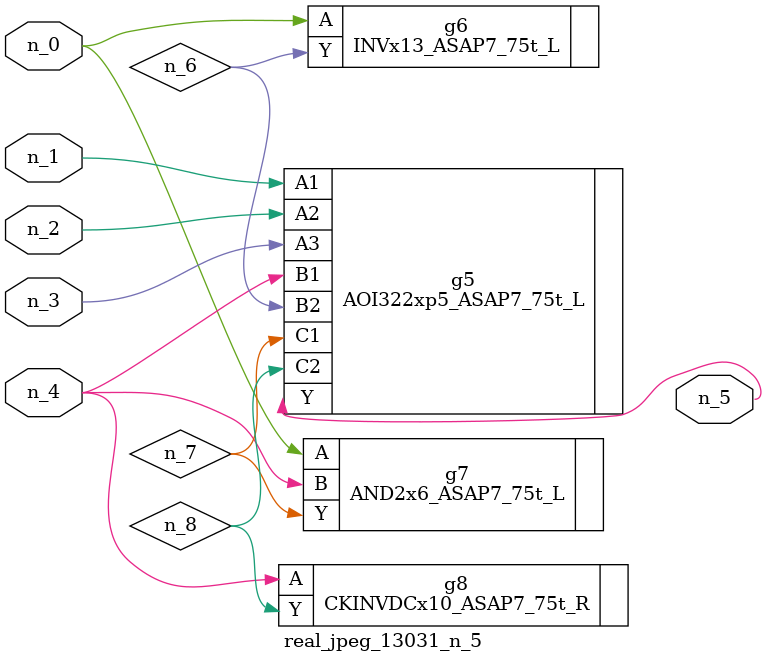
<source format=v>
module real_jpeg_13031_n_5 (n_4, n_0, n_1, n_2, n_3, n_5);

input n_4;
input n_0;
input n_1;
input n_2;
input n_3;

output n_5;

wire n_8;
wire n_6;
wire n_7;

INVx13_ASAP7_75t_L g6 ( 
.A(n_0),
.Y(n_6)
);

AND2x6_ASAP7_75t_L g7 ( 
.A(n_0),
.B(n_4),
.Y(n_7)
);

AOI322xp5_ASAP7_75t_L g5 ( 
.A1(n_1),
.A2(n_2),
.A3(n_3),
.B1(n_4),
.B2(n_6),
.C1(n_7),
.C2(n_8),
.Y(n_5)
);

CKINVDCx10_ASAP7_75t_R g8 ( 
.A(n_4),
.Y(n_8)
);


endmodule
</source>
